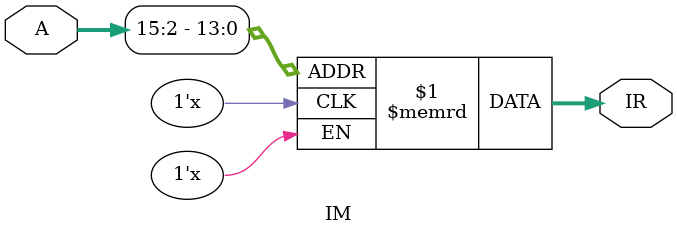
<source format=v>
module IM(A,IR);
    input  [15:0] A ;    // address bus [11:2]
    output [31:0] IR;     // 32-bit memory output
    reg[31:0] im_128k[0:32767];  // 1024  * 32bit =    4KB
    // 32768 * 32bit =  128KB 
    
    assign IR = im_128k[A[15:2]]; // 右移两位

endmodule

</source>
